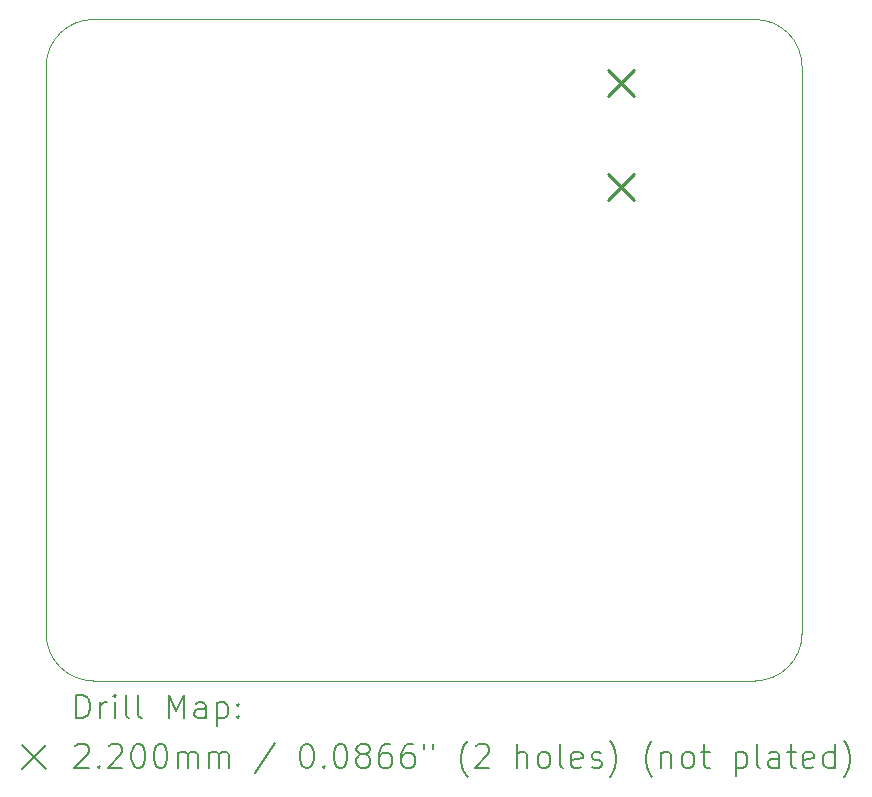
<source format=gbr>
%TF.GenerationSoftware,KiCad,Pcbnew,7.0.8*%
%TF.CreationDate,2023-12-30T22:16:51-05:00*%
%TF.ProjectId,Pump_Control_Board,50756d70-5f43-46f6-9e74-726f6c5f426f,rev?*%
%TF.SameCoordinates,Original*%
%TF.FileFunction,Drillmap*%
%TF.FilePolarity,Positive*%
%FSLAX45Y45*%
G04 Gerber Fmt 4.5, Leading zero omitted, Abs format (unit mm)*
G04 Created by KiCad (PCBNEW 7.0.8) date 2023-12-30 22:16:51*
%MOMM*%
%LPD*%
G01*
G04 APERTURE LIST*
%ADD10C,0.100000*%
%ADD11C,0.200000*%
%ADD12C,0.220000*%
G04 APERTURE END LIST*
D10*
X6800000Y-8800000D02*
G75*
G03*
X7200000Y-9200000I400000J0D01*
G01*
X13200000Y-4000000D02*
G75*
G03*
X12800000Y-3600000I-400000J0D01*
G01*
X13200000Y-4000000D02*
X13200000Y-8800000D01*
X6800000Y-8800000D02*
X6800000Y-4000000D01*
X7200000Y-3600000D02*
G75*
G03*
X6800000Y-4000000I0J-400000D01*
G01*
X12800000Y-9200000D02*
X7200000Y-9200000D01*
X7200000Y-3600000D02*
X12800000Y-3600000D01*
X12800000Y-9200000D02*
G75*
G03*
X13200000Y-8800000I0J400000D01*
G01*
D11*
D12*
X11560000Y-4025000D02*
X11780000Y-4245000D01*
X11780000Y-4025000D02*
X11560000Y-4245000D01*
X11560000Y-4905000D02*
X11780000Y-5125000D01*
X11780000Y-4905000D02*
X11560000Y-5125000D01*
D11*
X7055777Y-9516484D02*
X7055777Y-9316484D01*
X7055777Y-9316484D02*
X7103396Y-9316484D01*
X7103396Y-9316484D02*
X7131967Y-9326008D01*
X7131967Y-9326008D02*
X7151015Y-9345055D01*
X7151015Y-9345055D02*
X7160539Y-9364103D01*
X7160539Y-9364103D02*
X7170062Y-9402198D01*
X7170062Y-9402198D02*
X7170062Y-9430770D01*
X7170062Y-9430770D02*
X7160539Y-9468865D01*
X7160539Y-9468865D02*
X7151015Y-9487912D01*
X7151015Y-9487912D02*
X7131967Y-9506960D01*
X7131967Y-9506960D02*
X7103396Y-9516484D01*
X7103396Y-9516484D02*
X7055777Y-9516484D01*
X7255777Y-9516484D02*
X7255777Y-9383150D01*
X7255777Y-9421246D02*
X7265301Y-9402198D01*
X7265301Y-9402198D02*
X7274824Y-9392674D01*
X7274824Y-9392674D02*
X7293872Y-9383150D01*
X7293872Y-9383150D02*
X7312920Y-9383150D01*
X7379586Y-9516484D02*
X7379586Y-9383150D01*
X7379586Y-9316484D02*
X7370062Y-9326008D01*
X7370062Y-9326008D02*
X7379586Y-9335531D01*
X7379586Y-9335531D02*
X7389110Y-9326008D01*
X7389110Y-9326008D02*
X7379586Y-9316484D01*
X7379586Y-9316484D02*
X7379586Y-9335531D01*
X7503396Y-9516484D02*
X7484348Y-9506960D01*
X7484348Y-9506960D02*
X7474824Y-9487912D01*
X7474824Y-9487912D02*
X7474824Y-9316484D01*
X7608158Y-9516484D02*
X7589110Y-9506960D01*
X7589110Y-9506960D02*
X7579586Y-9487912D01*
X7579586Y-9487912D02*
X7579586Y-9316484D01*
X7836729Y-9516484D02*
X7836729Y-9316484D01*
X7836729Y-9316484D02*
X7903396Y-9459341D01*
X7903396Y-9459341D02*
X7970062Y-9316484D01*
X7970062Y-9316484D02*
X7970062Y-9516484D01*
X8151015Y-9516484D02*
X8151015Y-9411722D01*
X8151015Y-9411722D02*
X8141491Y-9392674D01*
X8141491Y-9392674D02*
X8122443Y-9383150D01*
X8122443Y-9383150D02*
X8084348Y-9383150D01*
X8084348Y-9383150D02*
X8065301Y-9392674D01*
X8151015Y-9506960D02*
X8131967Y-9516484D01*
X8131967Y-9516484D02*
X8084348Y-9516484D01*
X8084348Y-9516484D02*
X8065301Y-9506960D01*
X8065301Y-9506960D02*
X8055777Y-9487912D01*
X8055777Y-9487912D02*
X8055777Y-9468865D01*
X8055777Y-9468865D02*
X8065301Y-9449817D01*
X8065301Y-9449817D02*
X8084348Y-9440293D01*
X8084348Y-9440293D02*
X8131967Y-9440293D01*
X8131967Y-9440293D02*
X8151015Y-9430770D01*
X8246253Y-9383150D02*
X8246253Y-9583150D01*
X8246253Y-9392674D02*
X8265301Y-9383150D01*
X8265301Y-9383150D02*
X8303396Y-9383150D01*
X8303396Y-9383150D02*
X8322443Y-9392674D01*
X8322443Y-9392674D02*
X8331967Y-9402198D01*
X8331967Y-9402198D02*
X8341491Y-9421246D01*
X8341491Y-9421246D02*
X8341491Y-9478389D01*
X8341491Y-9478389D02*
X8331967Y-9497436D01*
X8331967Y-9497436D02*
X8322443Y-9506960D01*
X8322443Y-9506960D02*
X8303396Y-9516484D01*
X8303396Y-9516484D02*
X8265301Y-9516484D01*
X8265301Y-9516484D02*
X8246253Y-9506960D01*
X8427205Y-9497436D02*
X8436729Y-9506960D01*
X8436729Y-9506960D02*
X8427205Y-9516484D01*
X8427205Y-9516484D02*
X8417682Y-9506960D01*
X8417682Y-9506960D02*
X8427205Y-9497436D01*
X8427205Y-9497436D02*
X8427205Y-9516484D01*
X8427205Y-9392674D02*
X8436729Y-9402198D01*
X8436729Y-9402198D02*
X8427205Y-9411722D01*
X8427205Y-9411722D02*
X8417682Y-9402198D01*
X8417682Y-9402198D02*
X8427205Y-9392674D01*
X8427205Y-9392674D02*
X8427205Y-9411722D01*
X6595000Y-9745000D02*
X6795000Y-9945000D01*
X6795000Y-9745000D02*
X6595000Y-9945000D01*
X7046253Y-9755531D02*
X7055777Y-9746008D01*
X7055777Y-9746008D02*
X7074824Y-9736484D01*
X7074824Y-9736484D02*
X7122443Y-9736484D01*
X7122443Y-9736484D02*
X7141491Y-9746008D01*
X7141491Y-9746008D02*
X7151015Y-9755531D01*
X7151015Y-9755531D02*
X7160539Y-9774579D01*
X7160539Y-9774579D02*
X7160539Y-9793627D01*
X7160539Y-9793627D02*
X7151015Y-9822198D01*
X7151015Y-9822198D02*
X7036729Y-9936484D01*
X7036729Y-9936484D02*
X7160539Y-9936484D01*
X7246253Y-9917436D02*
X7255777Y-9926960D01*
X7255777Y-9926960D02*
X7246253Y-9936484D01*
X7246253Y-9936484D02*
X7236729Y-9926960D01*
X7236729Y-9926960D02*
X7246253Y-9917436D01*
X7246253Y-9917436D02*
X7246253Y-9936484D01*
X7331967Y-9755531D02*
X7341491Y-9746008D01*
X7341491Y-9746008D02*
X7360539Y-9736484D01*
X7360539Y-9736484D02*
X7408158Y-9736484D01*
X7408158Y-9736484D02*
X7427205Y-9746008D01*
X7427205Y-9746008D02*
X7436729Y-9755531D01*
X7436729Y-9755531D02*
X7446253Y-9774579D01*
X7446253Y-9774579D02*
X7446253Y-9793627D01*
X7446253Y-9793627D02*
X7436729Y-9822198D01*
X7436729Y-9822198D02*
X7322443Y-9936484D01*
X7322443Y-9936484D02*
X7446253Y-9936484D01*
X7570062Y-9736484D02*
X7589110Y-9736484D01*
X7589110Y-9736484D02*
X7608158Y-9746008D01*
X7608158Y-9746008D02*
X7617682Y-9755531D01*
X7617682Y-9755531D02*
X7627205Y-9774579D01*
X7627205Y-9774579D02*
X7636729Y-9812674D01*
X7636729Y-9812674D02*
X7636729Y-9860293D01*
X7636729Y-9860293D02*
X7627205Y-9898389D01*
X7627205Y-9898389D02*
X7617682Y-9917436D01*
X7617682Y-9917436D02*
X7608158Y-9926960D01*
X7608158Y-9926960D02*
X7589110Y-9936484D01*
X7589110Y-9936484D02*
X7570062Y-9936484D01*
X7570062Y-9936484D02*
X7551015Y-9926960D01*
X7551015Y-9926960D02*
X7541491Y-9917436D01*
X7541491Y-9917436D02*
X7531967Y-9898389D01*
X7531967Y-9898389D02*
X7522443Y-9860293D01*
X7522443Y-9860293D02*
X7522443Y-9812674D01*
X7522443Y-9812674D02*
X7531967Y-9774579D01*
X7531967Y-9774579D02*
X7541491Y-9755531D01*
X7541491Y-9755531D02*
X7551015Y-9746008D01*
X7551015Y-9746008D02*
X7570062Y-9736484D01*
X7760539Y-9736484D02*
X7779586Y-9736484D01*
X7779586Y-9736484D02*
X7798634Y-9746008D01*
X7798634Y-9746008D02*
X7808158Y-9755531D01*
X7808158Y-9755531D02*
X7817682Y-9774579D01*
X7817682Y-9774579D02*
X7827205Y-9812674D01*
X7827205Y-9812674D02*
X7827205Y-9860293D01*
X7827205Y-9860293D02*
X7817682Y-9898389D01*
X7817682Y-9898389D02*
X7808158Y-9917436D01*
X7808158Y-9917436D02*
X7798634Y-9926960D01*
X7798634Y-9926960D02*
X7779586Y-9936484D01*
X7779586Y-9936484D02*
X7760539Y-9936484D01*
X7760539Y-9936484D02*
X7741491Y-9926960D01*
X7741491Y-9926960D02*
X7731967Y-9917436D01*
X7731967Y-9917436D02*
X7722443Y-9898389D01*
X7722443Y-9898389D02*
X7712920Y-9860293D01*
X7712920Y-9860293D02*
X7712920Y-9812674D01*
X7712920Y-9812674D02*
X7722443Y-9774579D01*
X7722443Y-9774579D02*
X7731967Y-9755531D01*
X7731967Y-9755531D02*
X7741491Y-9746008D01*
X7741491Y-9746008D02*
X7760539Y-9736484D01*
X7912920Y-9936484D02*
X7912920Y-9803150D01*
X7912920Y-9822198D02*
X7922443Y-9812674D01*
X7922443Y-9812674D02*
X7941491Y-9803150D01*
X7941491Y-9803150D02*
X7970063Y-9803150D01*
X7970063Y-9803150D02*
X7989110Y-9812674D01*
X7989110Y-9812674D02*
X7998634Y-9831722D01*
X7998634Y-9831722D02*
X7998634Y-9936484D01*
X7998634Y-9831722D02*
X8008158Y-9812674D01*
X8008158Y-9812674D02*
X8027205Y-9803150D01*
X8027205Y-9803150D02*
X8055777Y-9803150D01*
X8055777Y-9803150D02*
X8074824Y-9812674D01*
X8074824Y-9812674D02*
X8084348Y-9831722D01*
X8084348Y-9831722D02*
X8084348Y-9936484D01*
X8179586Y-9936484D02*
X8179586Y-9803150D01*
X8179586Y-9822198D02*
X8189110Y-9812674D01*
X8189110Y-9812674D02*
X8208158Y-9803150D01*
X8208158Y-9803150D02*
X8236729Y-9803150D01*
X8236729Y-9803150D02*
X8255777Y-9812674D01*
X8255777Y-9812674D02*
X8265301Y-9831722D01*
X8265301Y-9831722D02*
X8265301Y-9936484D01*
X8265301Y-9831722D02*
X8274824Y-9812674D01*
X8274824Y-9812674D02*
X8293872Y-9803150D01*
X8293872Y-9803150D02*
X8322443Y-9803150D01*
X8322443Y-9803150D02*
X8341491Y-9812674D01*
X8341491Y-9812674D02*
X8351015Y-9831722D01*
X8351015Y-9831722D02*
X8351015Y-9936484D01*
X8741491Y-9726960D02*
X8570063Y-9984103D01*
X8998634Y-9736484D02*
X9017682Y-9736484D01*
X9017682Y-9736484D02*
X9036729Y-9746008D01*
X9036729Y-9746008D02*
X9046253Y-9755531D01*
X9046253Y-9755531D02*
X9055777Y-9774579D01*
X9055777Y-9774579D02*
X9065301Y-9812674D01*
X9065301Y-9812674D02*
X9065301Y-9860293D01*
X9065301Y-9860293D02*
X9055777Y-9898389D01*
X9055777Y-9898389D02*
X9046253Y-9917436D01*
X9046253Y-9917436D02*
X9036729Y-9926960D01*
X9036729Y-9926960D02*
X9017682Y-9936484D01*
X9017682Y-9936484D02*
X8998634Y-9936484D01*
X8998634Y-9936484D02*
X8979587Y-9926960D01*
X8979587Y-9926960D02*
X8970063Y-9917436D01*
X8970063Y-9917436D02*
X8960539Y-9898389D01*
X8960539Y-9898389D02*
X8951015Y-9860293D01*
X8951015Y-9860293D02*
X8951015Y-9812674D01*
X8951015Y-9812674D02*
X8960539Y-9774579D01*
X8960539Y-9774579D02*
X8970063Y-9755531D01*
X8970063Y-9755531D02*
X8979587Y-9746008D01*
X8979587Y-9746008D02*
X8998634Y-9736484D01*
X9151015Y-9917436D02*
X9160539Y-9926960D01*
X9160539Y-9926960D02*
X9151015Y-9936484D01*
X9151015Y-9936484D02*
X9141491Y-9926960D01*
X9141491Y-9926960D02*
X9151015Y-9917436D01*
X9151015Y-9917436D02*
X9151015Y-9936484D01*
X9284348Y-9736484D02*
X9303396Y-9736484D01*
X9303396Y-9736484D02*
X9322444Y-9746008D01*
X9322444Y-9746008D02*
X9331968Y-9755531D01*
X9331968Y-9755531D02*
X9341491Y-9774579D01*
X9341491Y-9774579D02*
X9351015Y-9812674D01*
X9351015Y-9812674D02*
X9351015Y-9860293D01*
X9351015Y-9860293D02*
X9341491Y-9898389D01*
X9341491Y-9898389D02*
X9331968Y-9917436D01*
X9331968Y-9917436D02*
X9322444Y-9926960D01*
X9322444Y-9926960D02*
X9303396Y-9936484D01*
X9303396Y-9936484D02*
X9284348Y-9936484D01*
X9284348Y-9936484D02*
X9265301Y-9926960D01*
X9265301Y-9926960D02*
X9255777Y-9917436D01*
X9255777Y-9917436D02*
X9246253Y-9898389D01*
X9246253Y-9898389D02*
X9236729Y-9860293D01*
X9236729Y-9860293D02*
X9236729Y-9812674D01*
X9236729Y-9812674D02*
X9246253Y-9774579D01*
X9246253Y-9774579D02*
X9255777Y-9755531D01*
X9255777Y-9755531D02*
X9265301Y-9746008D01*
X9265301Y-9746008D02*
X9284348Y-9736484D01*
X9465301Y-9822198D02*
X9446253Y-9812674D01*
X9446253Y-9812674D02*
X9436729Y-9803150D01*
X9436729Y-9803150D02*
X9427206Y-9784103D01*
X9427206Y-9784103D02*
X9427206Y-9774579D01*
X9427206Y-9774579D02*
X9436729Y-9755531D01*
X9436729Y-9755531D02*
X9446253Y-9746008D01*
X9446253Y-9746008D02*
X9465301Y-9736484D01*
X9465301Y-9736484D02*
X9503396Y-9736484D01*
X9503396Y-9736484D02*
X9522444Y-9746008D01*
X9522444Y-9746008D02*
X9531968Y-9755531D01*
X9531968Y-9755531D02*
X9541491Y-9774579D01*
X9541491Y-9774579D02*
X9541491Y-9784103D01*
X9541491Y-9784103D02*
X9531968Y-9803150D01*
X9531968Y-9803150D02*
X9522444Y-9812674D01*
X9522444Y-9812674D02*
X9503396Y-9822198D01*
X9503396Y-9822198D02*
X9465301Y-9822198D01*
X9465301Y-9822198D02*
X9446253Y-9831722D01*
X9446253Y-9831722D02*
X9436729Y-9841246D01*
X9436729Y-9841246D02*
X9427206Y-9860293D01*
X9427206Y-9860293D02*
X9427206Y-9898389D01*
X9427206Y-9898389D02*
X9436729Y-9917436D01*
X9436729Y-9917436D02*
X9446253Y-9926960D01*
X9446253Y-9926960D02*
X9465301Y-9936484D01*
X9465301Y-9936484D02*
X9503396Y-9936484D01*
X9503396Y-9936484D02*
X9522444Y-9926960D01*
X9522444Y-9926960D02*
X9531968Y-9917436D01*
X9531968Y-9917436D02*
X9541491Y-9898389D01*
X9541491Y-9898389D02*
X9541491Y-9860293D01*
X9541491Y-9860293D02*
X9531968Y-9841246D01*
X9531968Y-9841246D02*
X9522444Y-9831722D01*
X9522444Y-9831722D02*
X9503396Y-9822198D01*
X9712920Y-9736484D02*
X9674825Y-9736484D01*
X9674825Y-9736484D02*
X9655777Y-9746008D01*
X9655777Y-9746008D02*
X9646253Y-9755531D01*
X9646253Y-9755531D02*
X9627206Y-9784103D01*
X9627206Y-9784103D02*
X9617682Y-9822198D01*
X9617682Y-9822198D02*
X9617682Y-9898389D01*
X9617682Y-9898389D02*
X9627206Y-9917436D01*
X9627206Y-9917436D02*
X9636729Y-9926960D01*
X9636729Y-9926960D02*
X9655777Y-9936484D01*
X9655777Y-9936484D02*
X9693872Y-9936484D01*
X9693872Y-9936484D02*
X9712920Y-9926960D01*
X9712920Y-9926960D02*
X9722444Y-9917436D01*
X9722444Y-9917436D02*
X9731968Y-9898389D01*
X9731968Y-9898389D02*
X9731968Y-9850770D01*
X9731968Y-9850770D02*
X9722444Y-9831722D01*
X9722444Y-9831722D02*
X9712920Y-9822198D01*
X9712920Y-9822198D02*
X9693872Y-9812674D01*
X9693872Y-9812674D02*
X9655777Y-9812674D01*
X9655777Y-9812674D02*
X9636729Y-9822198D01*
X9636729Y-9822198D02*
X9627206Y-9831722D01*
X9627206Y-9831722D02*
X9617682Y-9850770D01*
X9903396Y-9736484D02*
X9865301Y-9736484D01*
X9865301Y-9736484D02*
X9846253Y-9746008D01*
X9846253Y-9746008D02*
X9836729Y-9755531D01*
X9836729Y-9755531D02*
X9817682Y-9784103D01*
X9817682Y-9784103D02*
X9808158Y-9822198D01*
X9808158Y-9822198D02*
X9808158Y-9898389D01*
X9808158Y-9898389D02*
X9817682Y-9917436D01*
X9817682Y-9917436D02*
X9827206Y-9926960D01*
X9827206Y-9926960D02*
X9846253Y-9936484D01*
X9846253Y-9936484D02*
X9884349Y-9936484D01*
X9884349Y-9936484D02*
X9903396Y-9926960D01*
X9903396Y-9926960D02*
X9912920Y-9917436D01*
X9912920Y-9917436D02*
X9922444Y-9898389D01*
X9922444Y-9898389D02*
X9922444Y-9850770D01*
X9922444Y-9850770D02*
X9912920Y-9831722D01*
X9912920Y-9831722D02*
X9903396Y-9822198D01*
X9903396Y-9822198D02*
X9884349Y-9812674D01*
X9884349Y-9812674D02*
X9846253Y-9812674D01*
X9846253Y-9812674D02*
X9827206Y-9822198D01*
X9827206Y-9822198D02*
X9817682Y-9831722D01*
X9817682Y-9831722D02*
X9808158Y-9850770D01*
X9998634Y-9736484D02*
X9998634Y-9774579D01*
X10074825Y-9736484D02*
X10074825Y-9774579D01*
X10370063Y-10012674D02*
X10360539Y-10003150D01*
X10360539Y-10003150D02*
X10341491Y-9974579D01*
X10341491Y-9974579D02*
X10331968Y-9955531D01*
X10331968Y-9955531D02*
X10322444Y-9926960D01*
X10322444Y-9926960D02*
X10312920Y-9879341D01*
X10312920Y-9879341D02*
X10312920Y-9841246D01*
X10312920Y-9841246D02*
X10322444Y-9793627D01*
X10322444Y-9793627D02*
X10331968Y-9765055D01*
X10331968Y-9765055D02*
X10341491Y-9746008D01*
X10341491Y-9746008D02*
X10360539Y-9717436D01*
X10360539Y-9717436D02*
X10370063Y-9707912D01*
X10436730Y-9755531D02*
X10446253Y-9746008D01*
X10446253Y-9746008D02*
X10465301Y-9736484D01*
X10465301Y-9736484D02*
X10512920Y-9736484D01*
X10512920Y-9736484D02*
X10531968Y-9746008D01*
X10531968Y-9746008D02*
X10541491Y-9755531D01*
X10541491Y-9755531D02*
X10551015Y-9774579D01*
X10551015Y-9774579D02*
X10551015Y-9793627D01*
X10551015Y-9793627D02*
X10541491Y-9822198D01*
X10541491Y-9822198D02*
X10427206Y-9936484D01*
X10427206Y-9936484D02*
X10551015Y-9936484D01*
X10789111Y-9936484D02*
X10789111Y-9736484D01*
X10874825Y-9936484D02*
X10874825Y-9831722D01*
X10874825Y-9831722D02*
X10865301Y-9812674D01*
X10865301Y-9812674D02*
X10846253Y-9803150D01*
X10846253Y-9803150D02*
X10817682Y-9803150D01*
X10817682Y-9803150D02*
X10798634Y-9812674D01*
X10798634Y-9812674D02*
X10789111Y-9822198D01*
X10998634Y-9936484D02*
X10979587Y-9926960D01*
X10979587Y-9926960D02*
X10970063Y-9917436D01*
X10970063Y-9917436D02*
X10960539Y-9898389D01*
X10960539Y-9898389D02*
X10960539Y-9841246D01*
X10960539Y-9841246D02*
X10970063Y-9822198D01*
X10970063Y-9822198D02*
X10979587Y-9812674D01*
X10979587Y-9812674D02*
X10998634Y-9803150D01*
X10998634Y-9803150D02*
X11027206Y-9803150D01*
X11027206Y-9803150D02*
X11046253Y-9812674D01*
X11046253Y-9812674D02*
X11055777Y-9822198D01*
X11055777Y-9822198D02*
X11065301Y-9841246D01*
X11065301Y-9841246D02*
X11065301Y-9898389D01*
X11065301Y-9898389D02*
X11055777Y-9917436D01*
X11055777Y-9917436D02*
X11046253Y-9926960D01*
X11046253Y-9926960D02*
X11027206Y-9936484D01*
X11027206Y-9936484D02*
X10998634Y-9936484D01*
X11179587Y-9936484D02*
X11160539Y-9926960D01*
X11160539Y-9926960D02*
X11151015Y-9907912D01*
X11151015Y-9907912D02*
X11151015Y-9736484D01*
X11331968Y-9926960D02*
X11312920Y-9936484D01*
X11312920Y-9936484D02*
X11274825Y-9936484D01*
X11274825Y-9936484D02*
X11255777Y-9926960D01*
X11255777Y-9926960D02*
X11246253Y-9907912D01*
X11246253Y-9907912D02*
X11246253Y-9831722D01*
X11246253Y-9831722D02*
X11255777Y-9812674D01*
X11255777Y-9812674D02*
X11274825Y-9803150D01*
X11274825Y-9803150D02*
X11312920Y-9803150D01*
X11312920Y-9803150D02*
X11331968Y-9812674D01*
X11331968Y-9812674D02*
X11341491Y-9831722D01*
X11341491Y-9831722D02*
X11341491Y-9850770D01*
X11341491Y-9850770D02*
X11246253Y-9869817D01*
X11417682Y-9926960D02*
X11436730Y-9936484D01*
X11436730Y-9936484D02*
X11474825Y-9936484D01*
X11474825Y-9936484D02*
X11493872Y-9926960D01*
X11493872Y-9926960D02*
X11503396Y-9907912D01*
X11503396Y-9907912D02*
X11503396Y-9898389D01*
X11503396Y-9898389D02*
X11493872Y-9879341D01*
X11493872Y-9879341D02*
X11474825Y-9869817D01*
X11474825Y-9869817D02*
X11446253Y-9869817D01*
X11446253Y-9869817D02*
X11427206Y-9860293D01*
X11427206Y-9860293D02*
X11417682Y-9841246D01*
X11417682Y-9841246D02*
X11417682Y-9831722D01*
X11417682Y-9831722D02*
X11427206Y-9812674D01*
X11427206Y-9812674D02*
X11446253Y-9803150D01*
X11446253Y-9803150D02*
X11474825Y-9803150D01*
X11474825Y-9803150D02*
X11493872Y-9812674D01*
X11570063Y-10012674D02*
X11579587Y-10003150D01*
X11579587Y-10003150D02*
X11598634Y-9974579D01*
X11598634Y-9974579D02*
X11608158Y-9955531D01*
X11608158Y-9955531D02*
X11617682Y-9926960D01*
X11617682Y-9926960D02*
X11627206Y-9879341D01*
X11627206Y-9879341D02*
X11627206Y-9841246D01*
X11627206Y-9841246D02*
X11617682Y-9793627D01*
X11617682Y-9793627D02*
X11608158Y-9765055D01*
X11608158Y-9765055D02*
X11598634Y-9746008D01*
X11598634Y-9746008D02*
X11579587Y-9717436D01*
X11579587Y-9717436D02*
X11570063Y-9707912D01*
X11931968Y-10012674D02*
X11922444Y-10003150D01*
X11922444Y-10003150D02*
X11903396Y-9974579D01*
X11903396Y-9974579D02*
X11893872Y-9955531D01*
X11893872Y-9955531D02*
X11884349Y-9926960D01*
X11884349Y-9926960D02*
X11874825Y-9879341D01*
X11874825Y-9879341D02*
X11874825Y-9841246D01*
X11874825Y-9841246D02*
X11884349Y-9793627D01*
X11884349Y-9793627D02*
X11893872Y-9765055D01*
X11893872Y-9765055D02*
X11903396Y-9746008D01*
X11903396Y-9746008D02*
X11922444Y-9717436D01*
X11922444Y-9717436D02*
X11931968Y-9707912D01*
X12008158Y-9803150D02*
X12008158Y-9936484D01*
X12008158Y-9822198D02*
X12017682Y-9812674D01*
X12017682Y-9812674D02*
X12036730Y-9803150D01*
X12036730Y-9803150D02*
X12065301Y-9803150D01*
X12065301Y-9803150D02*
X12084349Y-9812674D01*
X12084349Y-9812674D02*
X12093872Y-9831722D01*
X12093872Y-9831722D02*
X12093872Y-9936484D01*
X12217682Y-9936484D02*
X12198634Y-9926960D01*
X12198634Y-9926960D02*
X12189111Y-9917436D01*
X12189111Y-9917436D02*
X12179587Y-9898389D01*
X12179587Y-9898389D02*
X12179587Y-9841246D01*
X12179587Y-9841246D02*
X12189111Y-9822198D01*
X12189111Y-9822198D02*
X12198634Y-9812674D01*
X12198634Y-9812674D02*
X12217682Y-9803150D01*
X12217682Y-9803150D02*
X12246253Y-9803150D01*
X12246253Y-9803150D02*
X12265301Y-9812674D01*
X12265301Y-9812674D02*
X12274825Y-9822198D01*
X12274825Y-9822198D02*
X12284349Y-9841246D01*
X12284349Y-9841246D02*
X12284349Y-9898389D01*
X12284349Y-9898389D02*
X12274825Y-9917436D01*
X12274825Y-9917436D02*
X12265301Y-9926960D01*
X12265301Y-9926960D02*
X12246253Y-9936484D01*
X12246253Y-9936484D02*
X12217682Y-9936484D01*
X12341492Y-9803150D02*
X12417682Y-9803150D01*
X12370063Y-9736484D02*
X12370063Y-9907912D01*
X12370063Y-9907912D02*
X12379587Y-9926960D01*
X12379587Y-9926960D02*
X12398634Y-9936484D01*
X12398634Y-9936484D02*
X12417682Y-9936484D01*
X12636730Y-9803150D02*
X12636730Y-10003150D01*
X12636730Y-9812674D02*
X12655777Y-9803150D01*
X12655777Y-9803150D02*
X12693873Y-9803150D01*
X12693873Y-9803150D02*
X12712920Y-9812674D01*
X12712920Y-9812674D02*
X12722444Y-9822198D01*
X12722444Y-9822198D02*
X12731968Y-9841246D01*
X12731968Y-9841246D02*
X12731968Y-9898389D01*
X12731968Y-9898389D02*
X12722444Y-9917436D01*
X12722444Y-9917436D02*
X12712920Y-9926960D01*
X12712920Y-9926960D02*
X12693873Y-9936484D01*
X12693873Y-9936484D02*
X12655777Y-9936484D01*
X12655777Y-9936484D02*
X12636730Y-9926960D01*
X12846253Y-9936484D02*
X12827206Y-9926960D01*
X12827206Y-9926960D02*
X12817682Y-9907912D01*
X12817682Y-9907912D02*
X12817682Y-9736484D01*
X13008158Y-9936484D02*
X13008158Y-9831722D01*
X13008158Y-9831722D02*
X12998634Y-9812674D01*
X12998634Y-9812674D02*
X12979587Y-9803150D01*
X12979587Y-9803150D02*
X12941492Y-9803150D01*
X12941492Y-9803150D02*
X12922444Y-9812674D01*
X13008158Y-9926960D02*
X12989111Y-9936484D01*
X12989111Y-9936484D02*
X12941492Y-9936484D01*
X12941492Y-9936484D02*
X12922444Y-9926960D01*
X12922444Y-9926960D02*
X12912920Y-9907912D01*
X12912920Y-9907912D02*
X12912920Y-9888865D01*
X12912920Y-9888865D02*
X12922444Y-9869817D01*
X12922444Y-9869817D02*
X12941492Y-9860293D01*
X12941492Y-9860293D02*
X12989111Y-9860293D01*
X12989111Y-9860293D02*
X13008158Y-9850770D01*
X13074825Y-9803150D02*
X13151015Y-9803150D01*
X13103396Y-9736484D02*
X13103396Y-9907912D01*
X13103396Y-9907912D02*
X13112920Y-9926960D01*
X13112920Y-9926960D02*
X13131968Y-9936484D01*
X13131968Y-9936484D02*
X13151015Y-9936484D01*
X13293873Y-9926960D02*
X13274825Y-9936484D01*
X13274825Y-9936484D02*
X13236730Y-9936484D01*
X13236730Y-9936484D02*
X13217682Y-9926960D01*
X13217682Y-9926960D02*
X13208158Y-9907912D01*
X13208158Y-9907912D02*
X13208158Y-9831722D01*
X13208158Y-9831722D02*
X13217682Y-9812674D01*
X13217682Y-9812674D02*
X13236730Y-9803150D01*
X13236730Y-9803150D02*
X13274825Y-9803150D01*
X13274825Y-9803150D02*
X13293873Y-9812674D01*
X13293873Y-9812674D02*
X13303396Y-9831722D01*
X13303396Y-9831722D02*
X13303396Y-9850770D01*
X13303396Y-9850770D02*
X13208158Y-9869817D01*
X13474825Y-9936484D02*
X13474825Y-9736484D01*
X13474825Y-9926960D02*
X13455777Y-9936484D01*
X13455777Y-9936484D02*
X13417682Y-9936484D01*
X13417682Y-9936484D02*
X13398634Y-9926960D01*
X13398634Y-9926960D02*
X13389111Y-9917436D01*
X13389111Y-9917436D02*
X13379587Y-9898389D01*
X13379587Y-9898389D02*
X13379587Y-9841246D01*
X13379587Y-9841246D02*
X13389111Y-9822198D01*
X13389111Y-9822198D02*
X13398634Y-9812674D01*
X13398634Y-9812674D02*
X13417682Y-9803150D01*
X13417682Y-9803150D02*
X13455777Y-9803150D01*
X13455777Y-9803150D02*
X13474825Y-9812674D01*
X13551015Y-10012674D02*
X13560539Y-10003150D01*
X13560539Y-10003150D02*
X13579587Y-9974579D01*
X13579587Y-9974579D02*
X13589111Y-9955531D01*
X13589111Y-9955531D02*
X13598634Y-9926960D01*
X13598634Y-9926960D02*
X13608158Y-9879341D01*
X13608158Y-9879341D02*
X13608158Y-9841246D01*
X13608158Y-9841246D02*
X13598634Y-9793627D01*
X13598634Y-9793627D02*
X13589111Y-9765055D01*
X13589111Y-9765055D02*
X13579587Y-9746008D01*
X13579587Y-9746008D02*
X13560539Y-9717436D01*
X13560539Y-9717436D02*
X13551015Y-9707912D01*
M02*

</source>
